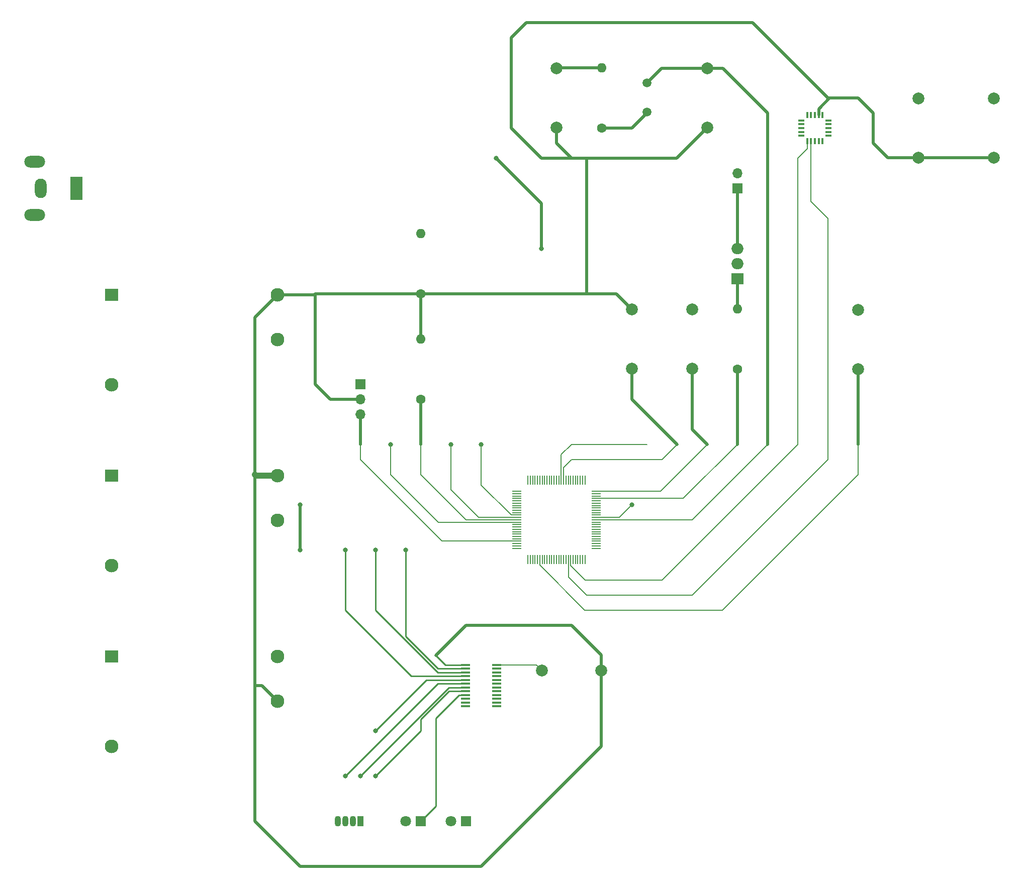
<source format=gbr>
%TF.GenerationSoftware,KiCad,Pcbnew,(6.0.7)*%
%TF.CreationDate,2022-11-30T23:51:13-03:00*%
%TF.ProjectId,ea075_project,65613037-355f-4707-926f-6a6563742e6b,rev?*%
%TF.SameCoordinates,Original*%
%TF.FileFunction,Copper,L1,Top*%
%TF.FilePolarity,Positive*%
%FSLAX46Y46*%
G04 Gerber Fmt 4.6, Leading zero omitted, Abs format (unit mm)*
G04 Created by KiCad (PCBNEW (6.0.7)) date 2022-11-30 23:51:13*
%MOMM*%
%LPD*%
G01*
G04 APERTURE LIST*
%TA.AperFunction,ComponentPad*%
%ADD10C,2.000000*%
%TD*%
%TA.AperFunction,ComponentPad*%
%ADD11O,3.500000X2.000000*%
%TD*%
%TA.AperFunction,ComponentPad*%
%ADD12O,2.000000X3.300000*%
%TD*%
%TA.AperFunction,ComponentPad*%
%ADD13R,2.000000X4.000000*%
%TD*%
%TA.AperFunction,ComponentPad*%
%ADD14O,1.700000X1.700000*%
%TD*%
%TA.AperFunction,ComponentPad*%
%ADD15R,1.700000X1.700000*%
%TD*%
%TA.AperFunction,ComponentPad*%
%ADD16C,2.300000*%
%TD*%
%TA.AperFunction,ComponentPad*%
%ADD17R,2.300000X2.000000*%
%TD*%
%TA.AperFunction,ComponentPad*%
%ADD18C,1.500000*%
%TD*%
%TA.AperFunction,ComponentPad*%
%ADD19R,1.800000X1.800000*%
%TD*%
%TA.AperFunction,ComponentPad*%
%ADD20C,1.800000*%
%TD*%
%TA.AperFunction,ComponentPad*%
%ADD21R,1.070000X1.800000*%
%TD*%
%TA.AperFunction,ComponentPad*%
%ADD22O,1.070000X1.800000*%
%TD*%
%TA.AperFunction,SMDPad,CuDef*%
%ADD23R,1.100000X0.300000*%
%TD*%
%TA.AperFunction,SMDPad,CuDef*%
%ADD24R,0.300000X1.100000*%
%TD*%
%TA.AperFunction,SMDPad,CuDef*%
%ADD25R,0.200000X1.500000*%
%TD*%
%TA.AperFunction,SMDPad,CuDef*%
%ADD26R,1.500000X0.200000*%
%TD*%
%TA.AperFunction,SMDPad,CuDef*%
%ADD27R,1.600000X0.410000*%
%TD*%
%TA.AperFunction,ComponentPad*%
%ADD28R,2.000000X1.905000*%
%TD*%
%TA.AperFunction,ComponentPad*%
%ADD29O,2.000000X1.905000*%
%TD*%
%TA.AperFunction,ComponentPad*%
%ADD30C,1.600000*%
%TD*%
%TA.AperFunction,ComponentPad*%
%ADD31O,1.600000X1.600000*%
%TD*%
%TA.AperFunction,ViaPad*%
%ADD32C,0.800000*%
%TD*%
%TA.AperFunction,Conductor*%
%ADD33C,0.500000*%
%TD*%
%TA.AperFunction,Conductor*%
%ADD34C,0.200000*%
%TD*%
%TA.AperFunction,Conductor*%
%ADD35C,0.250000*%
%TD*%
%TA.AperFunction,Conductor*%
%ADD36C,1.000000*%
%TD*%
G04 APERTURE END LIST*
D10*
%TO.P,C_vss1,1*%
%TO.N,Net-(C_vss1-Pad1)*%
X172720000Y-86200000D03*
%TO.P,C_vss1,2*%
%TO.N,/supply_3V*%
X172720000Y-76200000D03*
%TD*%
%TO.P,C_vcap1,1*%
%TO.N,GND*%
X162560000Y-76200000D03*
%TO.P,C_vcap1,2*%
%TO.N,Net-(C_vcap1-Pad2)*%
X162560000Y-86200000D03*
%TD*%
%TO.P,c_svdd2,1*%
%TO.N,/supply_3V*%
X223520000Y-40640000D03*
%TO.P,c_svdd2,2*%
%TO.N,GND*%
X223520000Y-50640000D03*
%TD*%
%TO.P,c_svdd1,1*%
%TO.N,GND*%
X210820000Y-50640000D03*
%TO.P,c_svdd1,2*%
%TO.N,/supply_3V*%
X210820000Y-40640000D03*
%TD*%
%TO.P,C_osc2,2*%
%TO.N,GND*%
X149860000Y-45560000D03*
%TO.P,C_osc2,1*%
%TO.N,Net-(C_osc2-Pad1)*%
X149860000Y-35560000D03*
%TD*%
%TO.P,C_osc1,2*%
%TO.N,Net-(C_osc1-Pad2)*%
X175260000Y-35560000D03*
%TO.P,C_osc1,1*%
%TO.N,GND*%
X175260000Y-45560000D03*
%TD*%
%TO.P,C_avss1,2*%
%TO.N,/supply_3V*%
X200660000Y-76280000D03*
%TO.P,C_avss1,1*%
%TO.N,Net-(C_avss1-Pad1)*%
X200660000Y-86280000D03*
%TD*%
%TO.P,C1,1*%
%TO.N,GND*%
X157400000Y-137080000D03*
%TO.P,C1,2*%
%TO.N,/supply_3V*%
X147400000Y-137080000D03*
%TD*%
D11*
%TO.P,J-AC1,MP*%
%TO.N,N/C*%
X62000000Y-60300000D03*
X62000000Y-51300000D03*
D12*
%TO.P,J-AC1,2,Pin_2*%
%TO.N,/AC-N*%
X63000000Y-55800000D03*
D13*
%TO.P,J-AC1,1,Pin_1*%
%TO.N,/AC-L*%
X69000000Y-55800000D03*
%TD*%
D14*
%TO.P,J_PUMP1,2,Pin_2*%
%TO.N,Net-(PS_12V1-Pad3)*%
X180340000Y-53260000D03*
D15*
%TO.P,J_PUMP1,1,Pin_1*%
%TO.N,Net-(Q1-Pad3)*%
X180340000Y-55800000D03*
%TD*%
D14*
%TO.P,J_HSENS1,3,Pin_3*%
%TO.N,Net-(J_HSENS1-Pad3)*%
X116840000Y-93900000D03*
%TO.P,J_HSENS1,2,Pin_2*%
%TO.N,GND*%
X116840000Y-91360000D03*
D15*
%TO.P,J_HSENS1,1,Pin_1*%
%TO.N,/supply_5V*%
X116840000Y-88820000D03*
%TD*%
D16*
%TO.P,PS_12V1,4,-Vout*%
%TO.N,GND*%
X102900000Y-142277500D03*
%TO.P,PS_12V1,3,+Vout*%
%TO.N,Net-(PS_12V1-Pad3)*%
X102900000Y-134677500D03*
%TO.P,PS_12V1,2,AC/N*%
%TO.N,/AC-L*%
X74900000Y-149877500D03*
D17*
%TO.P,PS_12V1,1,AC/L*%
%TO.N,/AC-N*%
X74900000Y-134677500D03*
%TD*%
D16*
%TO.P,PS_5V1,4,+Vo*%
%TO.N,/supply_5V*%
X102900000Y-111797500D03*
%TO.P,PS_5V1,3,-Vo*%
%TO.N,GND*%
X102900000Y-104197500D03*
%TO.P,PS_5V1,2,AC/L*%
%TO.N,/AC-L*%
X74900000Y-119397500D03*
D17*
%TO.P,PS_5V1,1,AC/N*%
%TO.N,/AC-N*%
X74900000Y-104197500D03*
%TD*%
D16*
%TO.P,PS_3V1,4,+Vo*%
%TO.N,/supply_3V*%
X102900000Y-81317500D03*
%TO.P,PS_3V1,3,-Vo*%
%TO.N,GND*%
X102900000Y-73717500D03*
%TO.P,PS_3V1,2,AC/N*%
%TO.N,/AC-N*%
X74900000Y-88917500D03*
D17*
%TO.P,PS_3V1,1,AC/L*%
%TO.N,/AC-L*%
X74900000Y-73717500D03*
%TD*%
D18*
%TO.P,Y1,2,2*%
%TO.N,Net-(R_osc1-Pad1)*%
X165100000Y-42920000D03*
%TO.P,Y1,1,1*%
%TO.N,Net-(C_osc1-Pad2)*%
X165100000Y-38020000D03*
%TD*%
D19*
%TO.P,D_UV1,1,K*%
%TO.N,Net-(D_UV1-Pad1)*%
X127000000Y-162480000D03*
D20*
%TO.P,D_UV1,2,A*%
%TO.N,/supply_3V*%
X124460000Y-162480000D03*
%TD*%
D19*
%TO.P,D_IR1,1,K*%
%TO.N,Net-(D_IR1-Pad1)*%
X134620000Y-162480000D03*
D20*
%TO.P,D_IR1,2,A*%
%TO.N,/supply_3V*%
X132080000Y-162480000D03*
%TD*%
D21*
%TO.P,D_RGB1,1,BK*%
%TO.N,Net-(D_RGB1-Pad1)*%
X116840000Y-162480000D03*
D22*
%TO.P,D_RGB1,2,GK*%
%TO.N,Net-(D_RGB1-Pad2)*%
X115570000Y-162480000D03*
%TO.P,D_RGB1,3,RK*%
%TO.N,Net-(D_RGB1-Pad3)*%
X114300000Y-162480000D03*
%TO.P,D_RGB1,4,A*%
%TO.N,/supply_3V*%
X113030000Y-162480000D03*
%TD*%
D23*
%TO.P,U1,20,NF*%
%TO.N,unconnected-(U1-Pad20)*%
X195680000Y-44340000D03*
%TO.P,U1,19,NF*%
%TO.N,unconnected-(U1-Pad19)*%
X195680000Y-44990000D03*
%TO.P,U1,18,LED_IND*%
%TO.N,unconnected-(U1-Pad18)*%
X195680000Y-45640000D03*
%TO.P,U1,17,VDD*%
%TO.N,/supply_3V*%
X195680000Y-46290000D03*
%TO.P,U1,16,GND*%
%TO.N,GND*%
X195680000Y-46940000D03*
D24*
%TO.P,U1,15,LED_DRV*%
%TO.N,unconnected-(U1-Pad15)*%
X194680000Y-47840000D03*
%TO.P,U1,14,VDD*%
%TO.N,/supply_3V*%
X194030000Y-47840000D03*
%TO.P,U1,13,INT*%
%TO.N,GND*%
X193380000Y-47840000D03*
%TO.P,U1,12,TX/SDA_S*%
%TO.N,/light_sensor_SDA*%
X192730000Y-47840000D03*
%TO.P,U1,11,RX/SCL_S*%
%TO.N,/light_sensor_SCL*%
X192080000Y-47840000D03*
D23*
%TO.P,U1,10,NF*%
%TO.N,unconnected-(U1-Pad10)*%
X191080000Y-46940000D03*
%TO.P,U1,9,NF*%
%TO.N,unconnected-(U1-Pad9)*%
X191080000Y-46290000D03*
%TO.P,U1,8,I2C_ENB*%
%TO.N,/supply_3V*%
X191080000Y-45640000D03*
%TO.P,U1,7,CSN_SD*%
%TO.N,unconnected-(U1-Pad7)*%
X191080000Y-44990000D03*
%TO.P,U1,6,CSN_EE*%
%TO.N,unconnected-(U1-Pad6)*%
X191080000Y-44340000D03*
D24*
%TO.P,U1,5,MISO*%
%TO.N,unconnected-(U1-Pad5)*%
X192080000Y-43440000D03*
%TO.P,U1,4,MOSI*%
%TO.N,unconnected-(U1-Pad4)*%
X192730000Y-43440000D03*
%TO.P,U1,3,SCK*%
%TO.N,unconnected-(U1-Pad3)*%
X193380000Y-43440000D03*
%TO.P,U1,2,~{RES}*%
%TO.N,GND*%
X194030000Y-43440000D03*
%TO.P,U1,1,NF*%
%TO.N,unconnected-(U1-Pad1)*%
X194680000Y-43440000D03*
%TD*%
D25*
%TO.P,U2,100,RE4*%
%TO.N,unconnected-(U2-Pad100)*%
X145060000Y-104980000D03*
%TO.P,U2,99,RE3*%
%TO.N,unconnected-(U2-Pad99)*%
X145460000Y-104980000D03*
%TO.P,U2,98,RE2*%
%TO.N,unconnected-(U2-Pad98)*%
X145860000Y-104980000D03*
%TO.P,U2,97,RG13/TRD0*%
%TO.N,unconnected-(U2-Pad97)*%
X146260000Y-104980000D03*
%TO.P,U2,96,RG12/TRD1*%
%TO.N,unconnected-(U2-Pad96)*%
X146660000Y-104980000D03*
%TO.P,U2,95,RG14/TRD2*%
%TO.N,unconnected-(U2-Pad95)*%
X147060000Y-104980000D03*
%TO.P,U2,94,RE1*%
%TO.N,unconnected-(U2-Pad94)*%
X147460000Y-104980000D03*
%TO.P,U2,93,RE0*%
%TO.N,unconnected-(U2-Pad93)*%
X147860000Y-104980000D03*
%TO.P,U2,92,RA7/TRD3*%
%TO.N,unconnected-(U2-Pad92)*%
X148260000Y-104980000D03*
%TO.P,U2,91,RA6/TRCLK*%
%TO.N,unconnected-(U2-Pad91)*%
X148660000Y-104980000D03*
%TO.P,U2,90,RG0*%
%TO.N,unconnected-(U2-Pad90)*%
X149060000Y-104980000D03*
%TO.P,U2,89,RG1*%
%TO.N,unconnected-(U2-Pad89)*%
X149460000Y-104980000D03*
%TO.P,U2,88,RF1*%
%TO.N,unconnected-(U2-Pad88)*%
X149860000Y-104980000D03*
%TO.P,U2,87,RF0*%
%TO.N,unconnected-(U2-Pad87)*%
X150260000Y-104980000D03*
%TO.P,U2,86,VDD*%
%TO.N,/supply_3V*%
X150660000Y-104980000D03*
%TO.P,U2,85,VCAP/VDDCORE*%
%TO.N,Net-(C_vcap1-Pad2)*%
X151060000Y-104980000D03*
%TO.P,U2,84,RD7*%
%TO.N,unconnected-(U2-Pad84)*%
X151460000Y-104980000D03*
%TO.P,U2,83,RD6*%
%TO.N,unconnected-(U2-Pad83)*%
X151860000Y-104980000D03*
%TO.P,U2,82,RD5*%
%TO.N,unconnected-(U2-Pad82)*%
X152260000Y-104980000D03*
%TO.P,U2,81,RD4*%
%TO.N,unconnected-(U2-Pad81)*%
X152660000Y-104980000D03*
%TO.P,U2,80,RD13*%
%TO.N,unconnected-(U2-Pad80)*%
X153060000Y-104980000D03*
%TO.P,U2,79,RD12*%
%TO.N,unconnected-(U2-Pad79)*%
X153460000Y-104980000D03*
%TO.P,U2,78,RD3*%
%TO.N,unconnected-(U2-Pad78)*%
X153860000Y-104980000D03*
%TO.P,U2,77,RD2*%
%TO.N,unconnected-(U2-Pad77)*%
X154260000Y-104980000D03*
%TO.P,U2,76,RD1*%
%TO.N,unconnected-(U2-Pad76)*%
X154660000Y-104980000D03*
D26*
%TO.P,U2,75,VSS*%
%TO.N,Net-(C_vss1-Pad1)*%
X156560000Y-106880000D03*
%TO.P,U2,74,RC14/SOSCO*%
%TO.N,unconnected-(U2-Pad74)*%
X156560000Y-107280000D03*
%TO.P,U2,73,RC13/SOSCI*%
%TO.N,unconnected-(U2-Pad73)*%
X156560000Y-107680000D03*
%TO.P,U2,72,RD0*%
%TO.N,Net-(R_q1-Pad1)*%
X156560000Y-108080000D03*
%TO.P,U2,71,RD11*%
%TO.N,unconnected-(U2-Pad71)*%
X156560000Y-108480000D03*
%TO.P,U2,70,RD10*%
%TO.N,unconnected-(U2-Pad70)*%
X156560000Y-108880000D03*
%TO.P,U2,69,RD9*%
%TO.N,unconnected-(U2-Pad69)*%
X156560000Y-109280000D03*
%TO.P,U2,68,RD8*%
%TO.N,unconnected-(U2-Pad68)*%
X156560000Y-109680000D03*
%TO.P,U2,67,RA15*%
%TO.N,unconnected-(U2-Pad67)*%
X156560000Y-110080000D03*
%TO.P,U2,66,RA14*%
%TO.N,unconnected-(U2-Pad66)*%
X156560000Y-110480000D03*
%TO.P,U2,65,VSS*%
%TO.N,Net-(C_vss1-Pad1)*%
X156560000Y-110880000D03*
%TO.P,U2,64,RC15/OSC2/CLKO*%
%TO.N,Net-(C_osc2-Pad1)*%
X156560000Y-111280000D03*
%TO.P,U2,63,RC12/OSC1/CLK*%
%TO.N,Net-(C_osc1-Pad2)*%
X156560000Y-111680000D03*
%TO.P,U2,62,VDD*%
%TO.N,/supply_3V*%
X156560000Y-112080000D03*
%TO.P,U2,61,RA5/TDO*%
%TO.N,unconnected-(U2-Pad61)*%
X156560000Y-112480000D03*
%TO.P,U2,60,RA4/TDI*%
%TO.N,unconnected-(U2-Pad60)*%
X156560000Y-112880000D03*
%TO.P,U2,59,RA3*%
%TO.N,unconnected-(U2-Pad59)*%
X156560000Y-113280000D03*
%TO.P,U2,58,RA2*%
%TO.N,unconnected-(U2-Pad58)*%
X156560000Y-113680000D03*
%TO.P,U2,57,RG2/D+*%
%TO.N,unconnected-(U2-Pad57)*%
X156560000Y-114080000D03*
%TO.P,U2,56,RG3/D-*%
%TO.N,unconnected-(U2-Pad56)*%
X156560000Y-114480000D03*
%TO.P,U2,55,VUSB3V3*%
%TO.N,/supply_3V*%
X156560000Y-114880000D03*
%TO.P,U2,54,VBUS*%
%TO.N,unconnected-(U2-Pad54)*%
X156560000Y-115280000D03*
%TO.P,U2,53,RF8*%
%TO.N,unconnected-(U2-Pad53)*%
X156560000Y-115680000D03*
%TO.P,U2,52,RF2*%
%TO.N,unconnected-(U2-Pad52)*%
X156560000Y-116080000D03*
%TO.P,U2,51,RF3*%
%TO.N,unconnected-(U2-Pad51)*%
X156560000Y-116480000D03*
D25*
%TO.P,U2,50,RF5*%
%TO.N,unconnected-(U2-Pad50)*%
X154660000Y-118380000D03*
%TO.P,U2,49,RF4*%
%TO.N,unconnected-(U2-Pad49)*%
X154260000Y-118380000D03*
%TO.P,U2,48,RD15*%
%TO.N,unconnected-(U2-Pad48)*%
X153860000Y-118380000D03*
%TO.P,U2,47,RD14*%
%TO.N,unconnected-(U2-Pad47)*%
X153460000Y-118380000D03*
%TO.P,U2,46,VDD*%
%TO.N,/supply_3V*%
X153060000Y-118380000D03*
%TO.P,U2,45,VSS*%
%TO.N,Net-(C_vss1-Pad1)*%
X152660000Y-118380000D03*
%TO.P,U2,44,RB15*%
%TO.N,/light_sensor_SCL*%
X152260000Y-118380000D03*
%TO.P,U2,43,RB14*%
%TO.N,/light_sensor_SDA*%
X151860000Y-118380000D03*
%TO.P,U2,42,RB13*%
%TO.N,unconnected-(U2-Pad42)*%
X151460000Y-118380000D03*
%TO.P,U2,41,RB12*%
%TO.N,unconnected-(U2-Pad41)*%
X151060000Y-118380000D03*
%TO.P,U2,40,RF12*%
%TO.N,unconnected-(U2-Pad40)*%
X150660000Y-118380000D03*
%TO.P,U2,39,RF13*%
%TO.N,unconnected-(U2-Pad39)*%
X150260000Y-118380000D03*
%TO.P,U2,38,RA1//TCK*%
%TO.N,unconnected-(U2-Pad38)*%
X149860000Y-118380000D03*
%TO.P,U2,37,VDD*%
%TO.N,/supply_3V*%
X149460000Y-118380000D03*
%TO.P,U2,36,VSS*%
%TO.N,Net-(C_vss1-Pad1)*%
X149060000Y-118380000D03*
%TO.P,U2,35,RB11*%
%TO.N,unconnected-(U2-Pad35)*%
X148660000Y-118380000D03*
%TO.P,U2,34,RB10*%
%TO.N,unconnected-(U2-Pad34)*%
X148260000Y-118380000D03*
%TO.P,U2,33,RB9*%
%TO.N,unconnected-(U2-Pad33)*%
X147860000Y-118380000D03*
%TO.P,U2,32,RB8*%
%TO.N,unconnected-(U2-Pad32)*%
X147460000Y-118380000D03*
%TO.P,U2,31,AVSS*%
%TO.N,Net-(C_avss1-Pad1)*%
X147060000Y-118380000D03*
%TO.P,U2,30,AVDD*%
%TO.N,/supply_3V*%
X146660000Y-118380000D03*
%TO.P,U2,29,RA10*%
%TO.N,unconnected-(U2-Pad29)*%
X146260000Y-118380000D03*
%TO.P,U2,28,RA9*%
%TO.N,unconnected-(U2-Pad28)*%
X145860000Y-118380000D03*
%TO.P,U2,27,PGED2/RB7*%
%TO.N,unconnected-(U2-Pad27)*%
X145460000Y-118380000D03*
%TO.P,U2,26,PGEC2/RB6*%
%TO.N,unconnected-(U2-Pad26)*%
X145060000Y-118380000D03*
D26*
%TO.P,U2,25,PGED1/RB0*%
%TO.N,unconnected-(U2-Pad25)*%
X143160000Y-116480000D03*
%TO.P,U2,24,PGEC1/RB1*%
%TO.N,unconnected-(U2-Pad24)*%
X143160000Y-116080000D03*
%TO.P,U2,23,RB2*%
%TO.N,unconnected-(U2-Pad23)*%
X143160000Y-115680000D03*
%TO.P,U2,22,RB3*%
%TO.N,Net-(J_HSENS1-Pad3)*%
X143160000Y-115280000D03*
%TO.P,U2,21,RB4*%
%TO.N,unconnected-(U2-Pad21)*%
X143160000Y-114880000D03*
%TO.P,U2,20,RB5*%
%TO.N,unconnected-(U2-Pad20)*%
X143160000Y-114480000D03*
%TO.P,U2,19,RE9*%
%TO.N,unconnected-(U2-Pad19)*%
X143160000Y-114080000D03*
%TO.P,U2,18,RE8*%
%TO.N,unconnected-(U2-Pad18)*%
X143160000Y-113680000D03*
%TO.P,U2,17,RA0/TMS*%
%TO.N,unconnected-(U2-Pad17)*%
X143160000Y-113280000D03*
%TO.P,U2,16,VDD*%
%TO.N,/supply_3V*%
X143160000Y-112880000D03*
%TO.P,U2,15,VSS*%
%TO.N,Net-(C_vss1-Pad1)*%
X143160000Y-112480000D03*
%TO.P,U2,14,RG9*%
%TO.N,/led_pwm_clk*%
X143160000Y-112080000D03*
%TO.P,U2,13,~{MCLR}*%
%TO.N,Net-(R1-Pad1)*%
X143160000Y-111680000D03*
%TO.P,U2,12,RG8*%
%TO.N,/led_pwm_SDI*%
X143160000Y-111280000D03*
%TO.P,U2,11,RG7*%
%TO.N,/led_pwm_LE*%
X143160000Y-110880000D03*
%TO.P,U2,10,RG6*%
%TO.N,unconnected-(U2-Pad10)*%
X143160000Y-110480000D03*
%TO.P,U2,9,RC4*%
%TO.N,unconnected-(U2-Pad9)*%
X143160000Y-110080000D03*
%TO.P,U2,8,RC3*%
%TO.N,unconnected-(U2-Pad8)*%
X143160000Y-109680000D03*
%TO.P,U2,7,RC2*%
%TO.N,unconnected-(U2-Pad7)*%
X143160000Y-109280000D03*
%TO.P,U2,6,RC1*%
%TO.N,unconnected-(U2-Pad6)*%
X143160000Y-108880000D03*
%TO.P,U2,5,RE7*%
%TO.N,unconnected-(U2-Pad5)*%
X143160000Y-108480000D03*
%TO.P,U2,4,RE6*%
%TO.N,unconnected-(U2-Pad4)*%
X143160000Y-108080000D03*
%TO.P,U2,3,RE5*%
%TO.N,unconnected-(U2-Pad3)*%
X143160000Y-107680000D03*
%TO.P,U2,2,VDD*%
%TO.N,/supply_3V*%
X143160000Y-107280000D03*
%TO.P,U2,1,RG15*%
%TO.N,unconnected-(U2-Pad1)*%
X143160000Y-106880000D03*
%TD*%
D27*
%TO.P,U3,1,GND*%
%TO.N,GND*%
X134505700Y-136127500D03*
%TO.P,U3,2,SDI*%
%TO.N,/led_pwm_SDI*%
X134505700Y-136762500D03*
%TO.P,U3,3,CLK*%
%TO.N,/led_pwm_clk*%
X134505700Y-137397500D03*
%TO.P,U3,4,LE*%
%TO.N,/led_pwm_LE*%
X134505700Y-138032500D03*
%TO.P,U3,5,OUT0*%
%TO.N,Net-(D_IR1-Pad1)*%
X134505700Y-138667500D03*
%TO.P,U3,6,OUT1*%
%TO.N,Net-(D_RGB1-Pad3)*%
X134505700Y-139302500D03*
%TO.P,U3,7,OUT2*%
%TO.N,Net-(D_RGB1-Pad2)*%
X134505700Y-139937500D03*
%TO.P,U3,8,OUT3*%
%TO.N,Net-(D_RGB1-Pad1)*%
X134505700Y-140572500D03*
%TO.P,U3,9,OUT4*%
%TO.N,Net-(D_UV1-Pad1)*%
X134505700Y-141207500D03*
%TO.P,U3,10,OUT5*%
%TO.N,unconnected-(U3-Pad10)*%
X134505700Y-141842500D03*
%TO.P,U3,11,OUT6*%
%TO.N,unconnected-(U3-Pad11)*%
X134505700Y-142477500D03*
%TO.P,U3,12,OUT7*%
%TO.N,unconnected-(U3-Pad12)*%
X134505700Y-143112500D03*
%TO.P,U3,13,OUT8*%
%TO.N,unconnected-(U3-Pad13)*%
X139814300Y-143112500D03*
%TO.P,U3,14,OUT9*%
%TO.N,unconnected-(U3-Pad14)*%
X139814300Y-142477500D03*
%TO.P,U3,15,OUT10*%
%TO.N,unconnected-(U3-Pad15)*%
X139814300Y-141842500D03*
%TO.P,U3,16,OUT11*%
%TO.N,unconnected-(U3-Pad16)*%
X139814300Y-141207500D03*
%TO.P,U3,17,OUT12*%
%TO.N,unconnected-(U3-Pad17)*%
X139814300Y-140572500D03*
%TO.P,U3,18,OUT13*%
%TO.N,unconnected-(U3-Pad18)*%
X139814300Y-139937500D03*
%TO.P,U3,19,OUT14*%
%TO.N,unconnected-(U3-Pad19)*%
X139814300Y-139302500D03*
%TO.P,U3,20,OUT15*%
%TO.N,unconnected-(U3-Pad20)*%
X139814300Y-138667500D03*
%TO.P,U3,21,PWCLK*%
%TO.N,unconnected-(U3-Pad21)*%
X139814300Y-138032500D03*
%TO.P,U3,22,SDO*%
%TO.N,unconnected-(U3-Pad22)*%
X139814300Y-137397500D03*
%TO.P,U3,23,R-EXT*%
%TO.N,unconnected-(U3-Pad23)*%
X139814300Y-136762500D03*
%TO.P,U3,24,VDD*%
%TO.N,/supply_3V*%
X139814300Y-136127500D03*
%TD*%
D28*
%TO.P,Q1,1,B*%
%TO.N,Net-(R_q1-Pad2)*%
X180340000Y-71040000D03*
D29*
%TO.P,Q1,2,E*%
%TO.N,GND*%
X180340000Y-68500000D03*
%TO.P,Q1,3,C*%
%TO.N,Net-(Q1-Pad3)*%
X180340000Y-65960000D03*
%TD*%
D30*
%TO.P,R_q1,1*%
%TO.N,Net-(R_q1-Pad1)*%
X180340000Y-86280000D03*
D31*
%TO.P,R_q1,2*%
%TO.N,Net-(R_q1-Pad2)*%
X180340000Y-76120000D03*
%TD*%
%TO.P,R_osc1,2*%
%TO.N,Net-(C_osc2-Pad1)*%
X157480000Y-35480000D03*
D30*
%TO.P,R_osc1,1*%
%TO.N,Net-(R_osc1-Pad1)*%
X157480000Y-45640000D03*
%TD*%
D31*
%TO.P,R2,2*%
%TO.N,/supply_3V*%
X127000000Y-63420000D03*
D30*
%TO.P,R2,1*%
%TO.N,GND*%
X127000000Y-73580000D03*
%TD*%
D31*
%TO.P,R1,2*%
%TO.N,GND*%
X127000000Y-81200000D03*
D30*
%TO.P,R1,1*%
%TO.N,Net-(R1-Pad1)*%
X127000000Y-91360000D03*
%TD*%
D32*
%TO.N,Net-(C_osc2-Pad1)*%
X147320000Y-65960000D03*
X139700000Y-50720000D03*
X162560000Y-109140000D03*
%TO.N,/supply_3V*%
X106680000Y-116760000D03*
X106680000Y-109140000D03*
%TO.N,Net-(D_IR1-Pad1)*%
X119380000Y-147240000D03*
%TO.N,Net-(D_RGB1-Pad3)*%
X114300000Y-154860000D03*
%TO.N,Net-(D_RGB1-Pad2)*%
X116840000Y-154860000D03*
%TO.N,Net-(D_RGB1-Pad1)*%
X119380000Y-154860000D03*
%TO.N,/led_pwm_clk*%
X119380000Y-116760000D03*
%TO.N,/led_pwm_SDI*%
X124460000Y-116760000D03*
%TO.N,/led_pwm_LE*%
X114300000Y-116760000D03*
X137160000Y-98980000D03*
%TO.N,/led_pwm_SDI*%
X132080000Y-98980000D03*
%TO.N,/led_pwm_clk*%
X121920000Y-98980000D03*
%TD*%
D33*
%TO.N,Net-(C_osc2-Pad1)*%
X147320000Y-58340000D02*
X147320000Y-65960000D01*
X139700000Y-50720000D02*
X147320000Y-58340000D01*
D34*
X160420000Y-111280000D02*
X162560000Y-109140000D01*
X156560000Y-111280000D02*
X160420000Y-111280000D01*
%TO.N,/supply_3V*%
X146447500Y-136127500D02*
X147400000Y-137080000D01*
X139814300Y-136127500D02*
X146447500Y-136127500D01*
D33*
%TO.N,GND*%
X99060000Y-162480000D02*
X99060000Y-139620000D01*
X139700000Y-167560000D02*
X137160000Y-170100000D01*
X106680000Y-170100000D02*
X99060000Y-162480000D01*
X157400000Y-149860000D02*
X139700000Y-167560000D01*
X137160000Y-170100000D02*
X106680000Y-170100000D01*
X157400000Y-137080000D02*
X157400000Y-149860000D01*
X134620000Y-129460000D02*
X129540000Y-134540000D01*
X157400000Y-134460000D02*
X152400000Y-129460000D01*
X152400000Y-129460000D02*
X134620000Y-129460000D01*
X157400000Y-137080000D02*
X157400000Y-134460000D01*
D35*
X131127500Y-136127500D02*
X129540000Y-134540000D01*
X134505700Y-136127500D02*
X131127500Y-136127500D01*
D33*
%TO.N,/supply_3V*%
X106680000Y-109140000D02*
X106680000Y-116760000D01*
D35*
%TO.N,Net-(D_UV1-Pad1)*%
X129540000Y-159940000D02*
X127000000Y-162480000D01*
X129540000Y-145123200D02*
X129540000Y-159940000D01*
X133455700Y-141207500D02*
X129540000Y-145123200D01*
X134505700Y-141207500D02*
X133455700Y-141207500D01*
%TO.N,Net-(D_RGB1-Pad1)*%
X127000000Y-147240000D02*
X119380000Y-154860000D01*
%TO.N,Net-(D_RGB1-Pad2)*%
X131762500Y-139937500D02*
X116840000Y-154860000D01*
X134505700Y-139937500D02*
X131762500Y-139937500D01*
%TO.N,Net-(D_RGB1-Pad3)*%
X134505700Y-139302500D02*
X129857500Y-139302500D01*
X129857500Y-139302500D02*
X114300000Y-154860000D01*
%TO.N,Net-(D_RGB1-Pad1)*%
X131763896Y-140572500D02*
X127000000Y-145336396D01*
X134505700Y-140572500D02*
X131763896Y-140572500D01*
X127000000Y-145336396D02*
X127000000Y-147240000D01*
%TO.N,Net-(D_IR1-Pad1)*%
X127952500Y-138667500D02*
X119380000Y-147240000D01*
X134505700Y-138667500D02*
X127952500Y-138667500D01*
%TO.N,/led_pwm_SDI*%
X124460000Y-131363604D02*
X124460000Y-116760000D01*
X129858896Y-136762500D02*
X124460000Y-131363604D01*
X134505700Y-136762500D02*
X129858896Y-136762500D01*
%TO.N,/led_pwm_LE*%
X114300000Y-126920000D02*
X114300000Y-116760000D01*
X125412500Y-138032500D02*
X114300000Y-126920000D01*
X134505700Y-138032500D02*
X125412500Y-138032500D01*
%TO.N,/led_pwm_clk*%
X119380000Y-126920000D02*
X119380000Y-116760000D01*
X129857500Y-137397500D02*
X119380000Y-126920000D01*
X134505700Y-137397500D02*
X129857500Y-137397500D01*
D36*
%TO.N,GND*%
X102900000Y-104197500D02*
X99197500Y-104197500D01*
X99060000Y-104060000D02*
X99197500Y-104197500D01*
D33*
X100242500Y-139620000D02*
X102900000Y-142277500D01*
X99060000Y-139620000D02*
X100242500Y-139620000D01*
X99060000Y-77557500D02*
X99060000Y-139620000D01*
X102900000Y-73717500D02*
X99060000Y-77557500D01*
X182880000Y-27860000D02*
X195580000Y-40560000D01*
X142240000Y-30400000D02*
X144780000Y-27860000D01*
X144780000Y-27860000D02*
X182880000Y-27860000D01*
X142240000Y-45640000D02*
X142240000Y-30400000D01*
X147320000Y-50720000D02*
X142240000Y-45640000D01*
X152400000Y-50720000D02*
X147320000Y-50720000D01*
X154940000Y-50720000D02*
X152400000Y-50720000D01*
X170100000Y-50720000D02*
X154940000Y-50720000D01*
X154940000Y-73580000D02*
X159940000Y-73580000D01*
X154940000Y-73580000D02*
X154940000Y-50720000D01*
X127000000Y-73580000D02*
X154940000Y-73580000D01*
X159940000Y-73580000D02*
X162560000Y-76200000D01*
X109220000Y-73580000D02*
X127000000Y-73580000D01*
X109082500Y-73717500D02*
X102900000Y-73717500D01*
X109220000Y-73580000D02*
X109082500Y-73717500D01*
X109220000Y-88820000D02*
X109220000Y-73580000D01*
X111760000Y-91360000D02*
X109220000Y-88820000D01*
X116840000Y-91360000D02*
X111760000Y-91360000D01*
X203200000Y-43100000D02*
X203200000Y-48180000D01*
X200660000Y-40560000D02*
X203200000Y-43100000D01*
X195860000Y-40560000D02*
X200660000Y-40560000D01*
X203200000Y-48180000D02*
X205660000Y-50640000D01*
X194030000Y-42390000D02*
X195860000Y-40560000D01*
X194030000Y-43440000D02*
X194030000Y-42390000D01*
X205660000Y-50640000D02*
X210820000Y-50640000D01*
X210820000Y-50640000D02*
X223520000Y-50640000D01*
X152400000Y-50720000D02*
X149860000Y-48180000D01*
X149860000Y-48180000D02*
X149860000Y-45560000D01*
X175260000Y-45560000D02*
X170100000Y-50720000D01*
%TO.N,Net-(R_osc1-Pad1)*%
X162560000Y-45640000D02*
X165100000Y-43100000D01*
X157480000Y-45640000D02*
X162560000Y-45640000D01*
%TO.N,Net-(C_osc2-Pad1)*%
X149940000Y-35480000D02*
X149860000Y-35560000D01*
X157480000Y-35480000D02*
X149940000Y-35480000D01*
%TO.N,Net-(C_osc1-Pad2)*%
X167560000Y-35560000D02*
X165100000Y-38020000D01*
X175260000Y-35560000D02*
X167560000Y-35560000D01*
X185420000Y-43100000D02*
X185420000Y-98980000D01*
X177880000Y-35560000D02*
X185420000Y-43100000D01*
X175260000Y-35560000D02*
X177880000Y-35560000D01*
D34*
%TO.N,/light_sensor_SDA*%
X151860000Y-121300000D02*
X151860000Y-118380000D01*
X172720000Y-124380000D02*
X154940000Y-124380000D01*
X195580000Y-60880000D02*
X195580000Y-101520000D01*
X192730000Y-58030000D02*
X195580000Y-60880000D01*
X195580000Y-101520000D02*
X172720000Y-124380000D01*
X154940000Y-124380000D02*
X151860000Y-121300000D01*
X192730000Y-47840000D02*
X192730000Y-58030000D01*
%TO.N,/light_sensor_SCL*%
X190500000Y-50720000D02*
X190500000Y-63420000D01*
X192080000Y-49140000D02*
X190500000Y-50720000D01*
X192080000Y-47840000D02*
X192080000Y-49140000D01*
X190500000Y-98980000D02*
X190500000Y-55800000D01*
D33*
%TO.N,Net-(C_avss1-Pad1)*%
X200660000Y-86280000D02*
X200660000Y-98980000D01*
%TO.N,Net-(R_q1-Pad2)*%
X180340000Y-76120000D02*
X180340000Y-71040000D01*
%TO.N,Net-(R_q1-Pad1)*%
X180340000Y-86280000D02*
X180340000Y-98980000D01*
%TO.N,Net-(Q1-Pad3)*%
X180340000Y-65960000D02*
X180340000Y-55800000D01*
%TO.N,Net-(C_vcap1-Pad2)*%
X162560000Y-91360000D02*
X170180000Y-98980000D01*
X162560000Y-86200000D02*
X162560000Y-91360000D01*
%TO.N,Net-(C_vss1-Pad1)*%
X172720000Y-96440000D02*
X175260000Y-98980000D01*
X172720000Y-86200000D02*
X172720000Y-96440000D01*
%TO.N,Net-(J_HSENS1-Pad3)*%
X116840000Y-93900000D02*
X116840000Y-98980000D01*
%TO.N,GND*%
X127000000Y-81200000D02*
X127000000Y-73580000D01*
%TO.N,Net-(R1-Pad1)*%
X127000000Y-91360000D02*
X127000000Y-98980000D01*
D34*
X143160000Y-111680000D02*
X134620000Y-111680000D01*
X134620000Y-111680000D02*
X127000000Y-104060000D01*
X127000000Y-104060000D02*
X127000000Y-98980000D01*
%TO.N,Net-(C_avss1-Pad1)*%
X154650000Y-126920000D02*
X177800000Y-126920000D01*
X147060000Y-119330000D02*
X154650000Y-126920000D01*
X177800000Y-126920000D02*
X200660000Y-104060000D01*
X200660000Y-104060000D02*
X200660000Y-98980000D01*
X147060000Y-118380000D02*
X147060000Y-119330000D01*
%TO.N,Net-(J_HSENS1-Pad3)*%
X116840000Y-101520000D02*
X116840000Y-98980000D01*
X130600000Y-115280000D02*
X116840000Y-101520000D01*
X143160000Y-115280000D02*
X130600000Y-115280000D01*
%TO.N,/led_pwm_clk*%
X121920000Y-104060000D02*
X121920000Y-98980000D01*
X129940000Y-112080000D02*
X121920000Y-104060000D01*
X143160000Y-112080000D02*
X129940000Y-112080000D01*
%TO.N,/led_pwm_SDI*%
X132080000Y-106600000D02*
X132080000Y-98980000D01*
X143160000Y-111280000D02*
X136760000Y-111280000D01*
X136760000Y-111280000D02*
X132080000Y-106600000D01*
%TO.N,/led_pwm_LE*%
X137160000Y-105830000D02*
X137160000Y-98980000D01*
X142210000Y-110880000D02*
X137160000Y-105830000D01*
X143160000Y-110880000D02*
X142210000Y-110880000D01*
%TO.N,/light_sensor_SCL*%
X167640000Y-121840000D02*
X190500000Y-98980000D01*
X154670000Y-121840000D02*
X167640000Y-121840000D01*
X152260000Y-119430000D02*
X154670000Y-121840000D01*
X152260000Y-118380000D02*
X152260000Y-119430000D01*
%TO.N,Net-(C_osc1-Pad2)*%
X172720000Y-111680000D02*
X185420000Y-98980000D01*
X156560000Y-111680000D02*
X172720000Y-111680000D01*
%TO.N,Net-(R_q1-Pad1)*%
X171240000Y-108080000D02*
X180340000Y-98980000D01*
X156560000Y-108080000D02*
X171240000Y-108080000D01*
%TO.N,Net-(C_vss1-Pad1)*%
X167360000Y-106880000D02*
X175260000Y-98980000D01*
X156560000Y-106880000D02*
X167360000Y-106880000D01*
%TO.N,Net-(C_vcap1-Pad2)*%
X167640000Y-101520000D02*
X170180000Y-98980000D01*
X152400000Y-101520000D02*
X167640000Y-101520000D01*
X151060000Y-102860000D02*
X152400000Y-101520000D01*
X151060000Y-104980000D02*
X151060000Y-102860000D01*
%TO.N,/supply_3V*%
X152400000Y-98980000D02*
X165100000Y-98980000D01*
X150660000Y-100720000D02*
X152400000Y-98980000D01*
X150660000Y-104980000D02*
X150660000Y-100720000D01*
%TD*%
M02*

</source>
